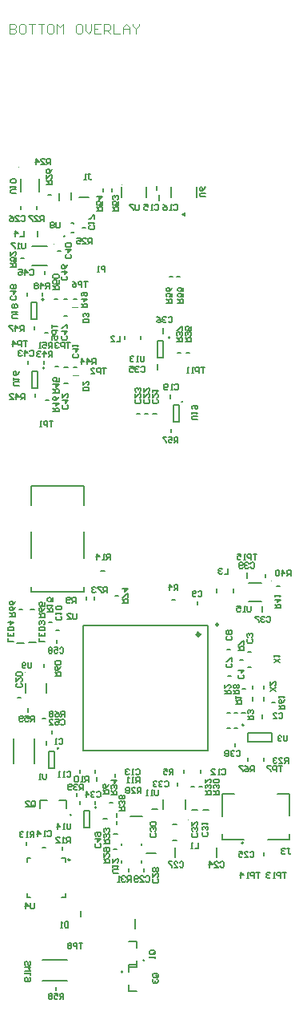
<source format=gbo>
G04*
G04 #@! TF.GenerationSoftware,Altium Limited,Altium Designer,20.2.6 (244)*
G04*
G04 Layer_Color=32896*
%FSLAX25Y25*%
%MOIN*%
G70*
G04*
G04 #@! TF.SameCoordinates,D103880D-7D63-4280-A8AA-78B1B6904BBD*
G04*
G04*
G04 #@! TF.FilePolarity,Positive*
G04*
G01*
G75*
%ADD10C,0.00591*%
%ADD11C,0.00394*%
%ADD12C,0.00787*%
%ADD40C,0.01181*%
%ADD41C,0.00984*%
G36*
X538953Y711472D02*
Y710116D01*
X537428Y710794D01*
X538953Y711472D01*
D02*
G37*
D10*
X480110Y675396D02*
G03*
X480110Y675396I-394J0D01*
G01*
X488902Y701723D02*
G03*
X488902Y701723I-264J0D01*
G01*
X563480Y498431D02*
G03*
X563480Y498431I-394J0D01*
G01*
X522130Y400619D02*
G03*
X522130Y400619I-295J0D01*
G01*
X563263Y449564D02*
G03*
X563263Y449564I-358J0D01*
G01*
X491630Y461128D02*
G03*
X491630Y461128I-295J0D01*
G01*
X532772Y659553D02*
G03*
X532772Y659553I-394J0D01*
G01*
X502063Y464278D02*
G03*
X502063Y464278I-394J0D01*
G01*
X480409Y646955D02*
G03*
X480409Y646955I-394J0D01*
G01*
X513075Y395894D02*
G03*
X513075Y395894I-295J0D01*
G01*
X496823Y567853D02*
Y578876D01*
X474823Y567853D02*
Y578876D01*
X496846Y589876D02*
Y597876D01*
X474799D02*
X496846D01*
X474799Y589876D02*
Y597876D01*
X479630Y553876D02*
X485823D01*
X496823D01*
Y555876D01*
X474823Y553876D02*
Y555876D01*
Y553876D02*
X477073D01*
X479630D01*
X512484Y448414D02*
Y449339D01*
Y441268D02*
Y442194D01*
X520949Y448414D02*
Y449339D01*
Y441268D02*
Y442194D01*
X475370Y697719D02*
X481669D01*
X475370Y689648D02*
X481669D01*
X539366Y463687D02*
Y467624D01*
X529917Y463687D02*
Y467624D01*
X474894Y674172D02*
X477256D01*
X474894Y667172D02*
X477256D01*
Y674172D01*
X474894Y667172D02*
Y674172D01*
X496421Y488018D02*
X548390D01*
X496421Y539987D02*
X548390D01*
X496421Y488018D02*
Y539987D01*
X548390Y488018D02*
Y539987D01*
X491630Y703156D02*
X492417D01*
Y703648D01*
X491630Y707290D02*
X492417D01*
Y706798D02*
Y707290D01*
X565075Y491443D02*
Y495380D01*
X575075Y491443D02*
Y495380D01*
X565075D02*
X575075D01*
X565075Y491443D02*
X575075D01*
X518291Y413776D02*
Y417776D01*
X575083Y507981D02*
X576461D01*
X495457Y418926D02*
Y421288D01*
X467504Y482705D02*
Y492942D01*
X476165Y482705D02*
Y492942D01*
X534105Y624484D02*
Y631484D01*
X536468Y624484D02*
Y631484D01*
X534105Y624484D02*
X536468D01*
X534105Y631484D02*
X536468D01*
X512398Y717782D02*
Y722113D01*
X523028Y717782D02*
Y722113D01*
X472622Y511839D02*
Y515776D01*
X481284Y511839D02*
Y515776D01*
X567110Y513414D02*
Y514989D01*
X571835Y508690D02*
Y510264D01*
X567110Y508690D02*
Y510264D01*
X571835Y513414D02*
Y514989D01*
X478343Y720183D02*
Y725695D01*
X470469Y720183D02*
Y725695D01*
X565656Y557520D02*
X570774D01*
X565656Y550040D02*
X570774D01*
X468736Y532705D02*
X471736D01*
X559113Y553725D02*
Y555300D01*
X552341Y553725D02*
Y555300D01*
X477520Y701502D02*
Y703864D01*
X515634Y387922D02*
Y390678D01*
Y387922D02*
X518980D01*
X515634Y395993D02*
Y398749D01*
X518980D01*
X494846Y717821D02*
X498846D01*
X552118Y443698D02*
Y447698D01*
X564951Y559686D02*
Y562048D01*
X469177Y509871D02*
X470555D01*
X582406Y451064D02*
Y453371D01*
X573406Y451064D02*
X582406D01*
Y460851D02*
Y470064D01*
X577406D02*
X582406D01*
X554406Y460556D02*
Y470064D01*
X559406D01*
X554406Y451064D02*
Y453371D01*
Y451064D02*
X563406D01*
X473099Y443089D02*
X474673D01*
X473099Y441514D02*
Y443089D01*
X473099Y426947D02*
Y428522D01*
Y426947D02*
X474673D01*
X487665D02*
X489240D01*
Y428522D01*
X489240Y441514D02*
Y443089D01*
X487665D02*
X489240D01*
X481099Y490361D02*
Y491739D01*
X571256Y501384D02*
Y502762D01*
X565055Y528845D02*
X566433D01*
X565055Y522546D02*
X566433D01*
X559543Y497349D02*
X560921D01*
X556394D02*
X557772D01*
X556787Y519002D02*
X558165D01*
X556394Y530026D02*
X557772D01*
X544276Y548552D02*
Y549930D01*
X485319Y537824D02*
X486697D01*
X495063Y478473D02*
Y479851D01*
X545665Y478549D02*
Y479927D01*
X479413Y447666D02*
X480791D01*
X527162Y721069D02*
Y722447D01*
X528343Y716640D02*
Y719002D01*
X525685Y628057D02*
X527063D01*
X522142D02*
X523520D01*
X518992D02*
X520370D01*
X571835Y444221D02*
Y445599D01*
X470469Y712802D02*
Y714180D01*
X534827Y443698D02*
Y447698D01*
X522984Y445304D02*
X526984D01*
X521835Y437528D02*
Y438906D01*
X525193Y463687D02*
X527555D01*
X546453Y463294D02*
X548815D01*
X541728D02*
X544091D01*
X535823Y473235D02*
Y474613D01*
X495063Y465481D02*
Y466859D01*
X527555Y646168D02*
Y648530D01*
X529917Y661128D02*
Y663490D01*
X571349Y545513D02*
Y547875D01*
X488677Y647349D02*
X490055D01*
X488677Y640656D02*
X490055D01*
X473618Y648628D02*
Y650006D01*
X480520Y685994D02*
Y687372D01*
X488386Y675672D02*
X489764D01*
X488386Y668672D02*
X489764D01*
X473075Y676983D02*
Y678361D01*
X533992Y457231D02*
X535567D01*
X533992Y450459D02*
X535567D01*
X520705Y658766D02*
Y660341D01*
X513933Y658766D02*
Y660341D01*
X489465Y463983D02*
Y467329D01*
X486709D02*
X489465D01*
X478638Y463983D02*
Y467329D01*
X481394D01*
X559543Y503648D02*
X560921D01*
X556394D02*
X557772D01*
X562693D02*
X564071D01*
X533559Y550498D02*
X534937D01*
X538579Y478549D02*
Y479927D01*
X561906Y525695D02*
X563283D01*
X562878Y513414D02*
X564256D01*
X497819Y550520D02*
Y551898D01*
X502358Y475400D02*
Y476778D01*
X510024Y476898D02*
Y478276D01*
X487976Y446583D02*
Y447961D01*
X473016Y448552D02*
Y449930D01*
X504032Y562703D02*
X505409D01*
X482169Y541367D02*
X483547D01*
X496158Y705223D02*
X497536D01*
X481984Y719002D02*
X483362D01*
X477162Y712802D02*
Y714180D01*
X509331Y446806D02*
X510709D01*
X544976Y472743D02*
X546354D01*
X515535Y437528D02*
Y438906D01*
X541433Y472743D02*
X542811D01*
X509335Y453178D02*
X510713D01*
X507563Y466170D02*
X508941D01*
X539465Y653254D02*
X540843D01*
X510417Y457213D02*
Y458591D01*
X535921Y653254D02*
X537299D01*
X510417Y460363D02*
Y461741D01*
X493882Y469024D02*
Y470402D01*
X572530Y559784D02*
Y561162D01*
X577051Y556327D02*
X578429D01*
X476469Y634738D02*
Y636117D01*
X480232Y648628D02*
Y650006D01*
X492614Y647349D02*
X493992D01*
X484780Y647428D02*
X486158D01*
X480780Y633427D02*
X482158D01*
X476075Y662983D02*
Y664361D01*
X479421Y676983D02*
Y678361D01*
X492386Y675672D02*
X493764D01*
X484386D02*
X485764D01*
X480386Y661672D02*
X481764D01*
X470579Y692416D02*
X471957D01*
X482280Y480463D02*
Y487463D01*
X484642Y480463D02*
Y487463D01*
X482280Y480463D02*
X484642D01*
X482280Y487463D02*
X484642D01*
X543988Y717912D02*
Y722242D01*
X533358Y717912D02*
Y722242D01*
X527555Y651329D02*
Y658329D01*
X529917Y651329D02*
Y658329D01*
X527555Y651329D02*
X529917D01*
X527555Y658329D02*
X529917D01*
X496846Y456053D02*
Y463054D01*
X499209Y456053D02*
Y463054D01*
X496846Y456053D02*
X499209D01*
X496846Y463054D02*
X499209D01*
X475193Y645731D02*
X477555D01*
X475193Y638731D02*
X477555D01*
Y645731D01*
X475193Y638731D02*
Y645731D01*
X485831Y695683D02*
X487209D01*
X508449Y720205D02*
Y721583D01*
X504906Y720205D02*
Y721583D01*
X535528Y684750D02*
X536905D01*
X532378D02*
X533756D01*
X505004Y459477D02*
X506382D01*
X532887Y634395D02*
Y635773D01*
X533067Y620282D02*
Y621660D01*
X560024Y489497D02*
Y490875D01*
X501362Y550520D02*
Y551898D01*
X509937Y552073D02*
X511315D01*
X501571Y478549D02*
Y479927D01*
X485614Y532410D02*
Y533788D01*
X485220Y388316D02*
Y389694D01*
X501657Y465481D02*
Y466859D01*
X473854Y532804D02*
X476854D01*
X474689Y546485D02*
X476067D01*
X469965D02*
X471343D01*
X571835Y483591D02*
Y484969D01*
X479709Y400816D02*
X489945D01*
X479709Y392154D02*
X489945D01*
X565142Y483591D02*
Y484969D01*
X483646Y495009D02*
Y496387D01*
X479413Y501209D02*
X480791D01*
X473410Y504064D02*
Y505442D01*
X480102Y522568D02*
Y523946D01*
X518980Y405835D02*
Y408591D01*
X515634D02*
X518980D01*
Y397764D02*
Y400520D01*
X515634Y397764D02*
X518980D01*
X553692Y441367D02*
X554086Y441760D01*
X554873D01*
X555267Y441367D01*
Y439792D01*
X554873Y439399D01*
X554086D01*
X553692Y439792D01*
X551331Y439399D02*
X552905D01*
X551331Y440973D01*
Y441367D01*
X551725Y441760D01*
X552512D01*
X552905Y441367D01*
X549363Y439399D02*
Y441760D01*
X550544Y440580D01*
X548970D01*
X527346Y393729D02*
X525772D01*
X525378Y394123D01*
Y394910D01*
X525772Y395303D01*
X527346D01*
X527740Y394910D01*
Y394123D01*
X526953Y394516D02*
X527740Y393729D01*
Y394123D02*
X527346Y393729D01*
X525772Y392942D02*
X525378Y392548D01*
Y391761D01*
X525772Y391368D01*
X526165D01*
X526559Y391761D01*
Y392155D01*
Y391761D01*
X526953Y391368D01*
X527346D01*
X527740Y391761D01*
Y392548D01*
X527346Y392942D01*
X526165Y403178D02*
X524591D01*
X524197Y403572D01*
Y404359D01*
X524591Y404752D01*
X526165D01*
X526559Y404359D01*
Y403572D01*
X525772Y403965D02*
X526559Y403178D01*
Y403572D02*
X526165Y403178D01*
X526559Y402391D02*
Y401604D01*
Y401997D01*
X524197D01*
X524591Y402391D01*
X578134Y505147D02*
X580496D01*
Y506328D01*
X580102Y506722D01*
X579315D01*
X578921Y506328D01*
Y505147D01*
Y505934D02*
X578134Y506722D01*
X580496Y509083D02*
X580102Y508296D01*
X579315Y507509D01*
X578528D01*
X578134Y507902D01*
Y508689D01*
X578528Y509083D01*
X578921D01*
X579315Y508689D01*
Y507509D01*
X578134Y509870D02*
Y510657D01*
Y510264D01*
X580496D01*
X580102Y509870D01*
X474984Y524437D02*
Y522470D01*
X474590Y522076D01*
X473803D01*
X473409Y522470D01*
Y524437D01*
X472622Y522470D02*
X472229Y522076D01*
X471442D01*
X471048Y522470D01*
Y524044D01*
X471442Y524437D01*
X472229D01*
X472622Y524044D01*
Y523650D01*
X472229Y523257D01*
X471048D01*
X484827Y518927D02*
X487189D01*
Y520108D01*
X486795Y520501D01*
X486008D01*
X485614Y520108D01*
Y518927D01*
Y519714D02*
X484827Y520501D01*
X487189Y522863D02*
X486795Y522076D01*
X486008Y521288D01*
X485221D01*
X484827Y521682D01*
Y522469D01*
X485221Y522863D01*
X485614D01*
X486008Y522469D01*
Y521288D01*
X486795Y523650D02*
X487189Y524043D01*
Y524830D01*
X486795Y525224D01*
X485221D01*
X484827Y524830D01*
Y524043D01*
X485221Y523650D01*
X486795D01*
X476164Y500029D02*
Y502390D01*
X474984D01*
X474590Y501997D01*
Y501209D01*
X474984Y500816D01*
X476164D01*
X475377D02*
X474590Y500029D01*
X472229Y502390D02*
X473803D01*
Y501209D01*
X473016Y501603D01*
X472622D01*
X472229Y501209D01*
Y500422D01*
X472622Y500029D01*
X473409D01*
X473803Y500422D01*
X471442D02*
X471048Y500029D01*
X470261D01*
X469867Y500422D01*
Y501997D01*
X470261Y502390D01*
X471048D01*
X471442Y501997D01*
Y501603D01*
X471048Y501209D01*
X469867D01*
X470653Y515777D02*
X471047Y515383D01*
Y514596D01*
X470653Y514202D01*
X469079D01*
X468685Y514596D01*
Y515383D01*
X469079Y515777D01*
X468685Y518138D02*
Y516564D01*
X470260Y518138D01*
X470653D01*
X471047Y517745D01*
Y516958D01*
X470653Y516564D01*
Y518925D02*
X471047Y519319D01*
Y520106D01*
X470653Y520500D01*
X469079D01*
X468685Y520106D01*
Y519319D01*
X469079Y518925D01*
X470653D01*
X568979Y569615D02*
X567405D01*
X568192D01*
Y567253D01*
X566618D02*
Y569615D01*
X565437D01*
X565043Y569221D01*
Y568434D01*
X565437Y568040D01*
X566618D01*
X564256Y567253D02*
X563469D01*
X563863D01*
Y569615D01*
X564256Y569221D01*
X560714Y569615D02*
X562288D01*
Y568434D01*
X561501Y568827D01*
X561107D01*
X560714Y568434D01*
Y567647D01*
X561107Y567253D01*
X561895D01*
X562288Y567647D01*
X570247Y437353D02*
X568672D01*
X569460D01*
Y434992D01*
X567885D02*
Y437353D01*
X566705D01*
X566311Y436960D01*
Y436172D01*
X566705Y435779D01*
X567885D01*
X565524Y434992D02*
X564737D01*
X565130D01*
Y437353D01*
X565524Y436960D01*
X562375Y434992D02*
Y437353D01*
X563556Y436172D01*
X561982D01*
X581270Y437353D02*
X579696D01*
X580483D01*
Y434992D01*
X578909D02*
Y437353D01*
X577728D01*
X577335Y436960D01*
Y436172D01*
X577728Y435779D01*
X578909D01*
X576547Y434992D02*
X575760D01*
X576154D01*
Y437353D01*
X576547Y436960D01*
X574580D02*
X574186Y437353D01*
X573399D01*
X573005Y436960D01*
Y436566D01*
X573399Y436172D01*
X573793D01*
X573399D01*
X573005Y435779D01*
Y435385D01*
X573399Y434992D01*
X574186D01*
X574580Y435385D01*
X547227Y647272D02*
X545653D01*
X546440D01*
Y644911D01*
X544866D02*
Y647272D01*
X543685D01*
X543291Y646878D01*
Y646091D01*
X543685Y645698D01*
X544866D01*
X542504Y644911D02*
X541717D01*
X542111D01*
Y647272D01*
X542504Y646878D01*
X540536Y644911D02*
X539749D01*
X540143D01*
Y647272D01*
X540536Y646878D01*
X496342Y408000D02*
X494767D01*
X495554D01*
Y405639D01*
X493980D02*
Y408000D01*
X492799D01*
X492406Y407607D01*
Y406820D01*
X492799Y406426D01*
X493980D01*
X491619Y407607D02*
X491225Y408000D01*
X490438D01*
X490044Y407607D01*
Y407213D01*
X490438Y406820D01*
X490044Y406426D01*
Y406033D01*
X490438Y405639D01*
X491225D01*
X491619Y406033D01*
Y406426D01*
X491225Y406820D01*
X491619Y407213D01*
Y407607D01*
X491225Y406820D02*
X490438D01*
X488763Y501997D02*
Y504359D01*
X487582D01*
X487188Y503965D01*
Y503178D01*
X487582Y502784D01*
X488763D01*
X487976D02*
X487188Y501997D01*
X484827Y504359D02*
X485614Y503965D01*
X486401Y503178D01*
Y502391D01*
X486008Y501997D01*
X485221D01*
X484827Y502391D01*
Y502784D01*
X485221Y503178D01*
X486401D01*
X484040Y503965D02*
X483646Y504359D01*
X482859D01*
X482466Y503965D01*
Y503572D01*
X482859Y503178D01*
X482466Y502784D01*
Y502391D01*
X482859Y501997D01*
X483646D01*
X484040Y502391D01*
Y502784D01*
X483646Y503178D01*
X484040Y503572D01*
Y503965D01*
X483646Y503178D02*
X482859D01*
X487188Y500422D02*
X487582Y500815D01*
X488369D01*
X488763Y500422D01*
Y498847D01*
X488369Y498454D01*
X487582D01*
X487188Y498847D01*
X484827Y500815D02*
X486401D01*
Y499635D01*
X485614Y500028D01*
X485221D01*
X484827Y499635D01*
Y498847D01*
X485221Y498454D01*
X486008D01*
X486401Y498847D01*
X482466Y498454D02*
X484040D01*
X482466Y500028D01*
Y500422D01*
X482859Y500815D01*
X483646D01*
X484040Y500422D01*
X567897Y479163D02*
Y481524D01*
X566716D01*
X566322Y481130D01*
Y480343D01*
X566716Y479950D01*
X567897D01*
X567109D02*
X566322Y479163D01*
X563961Y481524D02*
X564748Y481130D01*
X565535Y480343D01*
Y479556D01*
X565142Y479163D01*
X564355D01*
X563961Y479556D01*
Y479950D01*
X564355Y480343D01*
X565535D01*
X563174Y481524D02*
X561599D01*
Y481130D01*
X563174Y479556D01*
Y479163D01*
X472622Y398650D02*
X472229Y399043D01*
Y399830D01*
X472622Y400224D01*
X473016D01*
X473410Y399830D01*
Y399043D01*
X473803Y398650D01*
X474197D01*
X474590Y399043D01*
Y399830D01*
X474197Y400224D01*
X472229Y397862D02*
X474590D01*
X473803Y397075D01*
X474590Y396288D01*
X472229D01*
X474590Y395501D02*
Y394714D01*
Y395107D01*
X472229D01*
X472622Y395501D01*
X474197Y393533D02*
X474590Y393140D01*
Y392352D01*
X474197Y391959D01*
X472622D01*
X472229Y392352D01*
Y393140D01*
X472622Y393533D01*
X473016D01*
X473410Y393140D01*
Y391959D01*
X582070Y482706D02*
Y485067D01*
X580889D01*
X580496Y484674D01*
Y483886D01*
X580889Y483493D01*
X582070D01*
X581283D02*
X580496Y482706D01*
X578134D02*
X579708D01*
X578134Y484280D01*
Y484674D01*
X578528Y485067D01*
X579315D01*
X579708Y484674D01*
X577347D02*
X576953Y485067D01*
X576166D01*
X575773Y484674D01*
Y484280D01*
X576166Y483886D01*
X576560D01*
X576166D01*
X575773Y483493D01*
Y483099D01*
X576166Y482706D01*
X576953D01*
X577347Y483099D01*
X465930Y543730D02*
X468291D01*
Y544911D01*
X467897Y545304D01*
X467110D01*
X466717Y544911D01*
Y543730D01*
Y544517D02*
X465930Y545304D01*
X468291Y547666D02*
X467897Y546879D01*
X467110Y546092D01*
X466323D01*
X465930Y546485D01*
Y547272D01*
X466323Y547666D01*
X466717D01*
X467110Y547272D01*
Y546092D01*
X468291Y550027D02*
X467897Y549240D01*
X467110Y548453D01*
X466323D01*
X465930Y548847D01*
Y549634D01*
X466323Y550027D01*
X466717D01*
X467110Y549634D01*
Y548453D01*
X478134Y543336D02*
X480496D01*
Y544517D01*
X480102Y544911D01*
X479315D01*
X478921Y544517D01*
Y543336D01*
Y544124D02*
X478134Y544911D01*
X480496Y547272D02*
X480102Y546485D01*
X479315Y545698D01*
X478528D01*
X478134Y546091D01*
Y546879D01*
X478528Y547272D01*
X478921D01*
X479315Y546879D01*
Y545698D01*
X480496Y549634D02*
Y548059D01*
X479315D01*
X479709Y548846D01*
Y549240D01*
X479315Y549634D01*
X478528D01*
X478134Y549240D01*
Y548453D01*
X478528Y548059D01*
X467504Y533101D02*
X465142D01*
Y534675D01*
X467504Y537036D02*
Y535462D01*
X465142D01*
Y537036D01*
X466323Y535462D02*
Y536249D01*
X467504Y537823D02*
X465142D01*
Y539004D01*
X465536Y539398D01*
X467110D01*
X467504Y539004D01*
Y537823D01*
X465142Y541366D02*
X467504D01*
X466323Y540185D01*
Y541759D01*
X480496Y533101D02*
X478134D01*
Y534675D01*
X480496Y537036D02*
Y535462D01*
X478134D01*
Y537036D01*
X479315Y535462D02*
Y536249D01*
X480496Y537823D02*
X478134D01*
Y539004D01*
X478528Y539398D01*
X480102D01*
X480496Y539004D01*
Y537823D01*
X480102Y540185D02*
X480496Y540578D01*
Y541366D01*
X480102Y541759D01*
X479709D01*
X479315Y541366D01*
Y540972D01*
Y541366D01*
X478921Y541759D01*
X478528D01*
X478134Y541366D01*
Y540578D01*
X478528Y540185D01*
X504792Y469923D02*
X507153D01*
Y471104D01*
X506760Y471498D01*
X505972D01*
X505579Y471104D01*
Y469923D01*
Y470711D02*
X504792Y471498D01*
X507153Y473859D02*
X506760Y473072D01*
X505972Y472285D01*
X505185D01*
X504792Y472678D01*
Y473466D01*
X505185Y473859D01*
X505579D01*
X505972Y473466D01*
Y472285D01*
X527936Y471681D02*
Y469714D01*
X527543Y469320D01*
X526756D01*
X526362Y469714D01*
Y471681D01*
X525575Y469320D02*
X524788D01*
X525181D01*
Y471681D01*
X525575Y471288D01*
X523607Y469320D02*
X522820D01*
X523213D01*
Y471681D01*
X523607Y471288D01*
X488369Y384674D02*
Y387036D01*
X487188D01*
X486795Y386642D01*
Y385855D01*
X487188Y385461D01*
X488369D01*
X487582D02*
X486795Y384674D01*
X484433Y387036D02*
X486008D01*
Y385855D01*
X485220Y386249D01*
X484827D01*
X484433Y385855D01*
Y385068D01*
X484827Y384674D01*
X485614D01*
X486008Y385068D01*
X483646Y386642D02*
X483253Y387036D01*
X482466D01*
X482072Y386642D01*
Y386249D01*
X482466Y385855D01*
X482072Y385461D01*
Y385068D01*
X482466Y384674D01*
X483253D01*
X483646Y385068D01*
Y385461D01*
X483253Y385855D01*
X483646Y386249D01*
Y386642D01*
X483253Y385855D02*
X482466D01*
X486795Y530343D02*
X487188Y530737D01*
X487976D01*
X488369Y530343D01*
Y528769D01*
X487976Y528375D01*
X487188D01*
X486795Y528769D01*
X484433Y530737D02*
X486008D01*
Y529556D01*
X485220Y529949D01*
X484827D01*
X484433Y529556D01*
Y528769D01*
X484827Y528375D01*
X485614D01*
X486008Y528769D01*
X483646Y530343D02*
X483253Y530737D01*
X482466D01*
X482072Y530343D01*
Y529949D01*
X482466Y529556D01*
X482072Y529162D01*
Y528769D01*
X482466Y528375D01*
X483253D01*
X483646Y528769D01*
Y529162D01*
X483253Y529556D01*
X483646Y529949D01*
Y530343D01*
X483253Y529556D02*
X482466D01*
X518488Y479949D02*
X518881Y480343D01*
X519668D01*
X520062Y479949D01*
Y478375D01*
X519668Y477981D01*
X518881D01*
X518488Y478375D01*
X517701Y477981D02*
X516914D01*
X517307D01*
Y480343D01*
X517701Y479949D01*
X515733D02*
X515339Y480343D01*
X514552D01*
X514158Y479949D01*
Y479556D01*
X514552Y479162D01*
X514946D01*
X514552D01*
X514158Y478769D01*
Y478375D01*
X514552Y477981D01*
X515339D01*
X515733Y478375D01*
X512780Y549242D02*
X515141D01*
Y550423D01*
X514748Y550816D01*
X513961D01*
X513567Y550423D01*
Y549242D01*
Y550029D02*
X512780Y550816D01*
X515141Y551603D02*
Y553178D01*
X514748D01*
X513173Y551603D01*
X512780D01*
Y555146D02*
X515141D01*
X513961Y553965D01*
Y555539D01*
X506479Y553572D02*
Y555933D01*
X505299D01*
X504905Y555540D01*
Y554753D01*
X505299Y554359D01*
X506479D01*
X505692D02*
X504905Y553572D01*
X504118Y555933D02*
X502544D01*
Y555540D01*
X504118Y553966D01*
Y553572D01*
X501756Y555540D02*
X501363Y555933D01*
X500576D01*
X500182Y555540D01*
Y555146D01*
X500576Y554753D01*
X500969D01*
X500576D01*
X500182Y554359D01*
Y553966D01*
X500576Y553572D01*
X501363D01*
X501756Y553966D01*
X579499Y481448D02*
X577925D01*
X578712D01*
Y479086D01*
X577138D02*
Y481448D01*
X575957D01*
X575563Y481054D01*
Y480267D01*
X575957Y479873D01*
X577138D01*
X574776Y481448D02*
X573202D01*
Y481054D01*
X574776Y479480D01*
Y479086D01*
X560417Y487430D02*
X560810Y487823D01*
X561598D01*
X561991Y487430D01*
Y485855D01*
X561598Y485462D01*
X560810D01*
X560417Y485855D01*
X559630Y487430D02*
X559236Y487823D01*
X558449D01*
X558055Y487430D01*
Y487036D01*
X558449Y486643D01*
X558843D01*
X558449D01*
X558055Y486249D01*
Y485855D01*
X558449Y485462D01*
X559236D01*
X559630Y485855D01*
X557268Y487430D02*
X556875Y487823D01*
X556087D01*
X555694Y487430D01*
Y487036D01*
X556087Y486643D01*
X555694Y486249D01*
Y485855D01*
X556087Y485462D01*
X556875D01*
X557268Y485855D01*
Y486249D01*
X556875Y486643D01*
X557268Y487036D01*
Y487430D01*
X556875Y486643D02*
X556087D01*
X544275Y625423D02*
X542307D01*
X541914Y625816D01*
Y626604D01*
X542307Y626997D01*
X544275D01*
X541914Y627784D02*
Y628572D01*
Y628178D01*
X544275D01*
X543882Y627784D01*
X542307Y629752D02*
X541914Y630146D01*
Y630933D01*
X542307Y631326D01*
X543882D01*
X544275Y630933D01*
Y630146D01*
X543882Y629752D01*
X543488D01*
X543094Y630146D01*
Y631326D01*
X536007Y615777D02*
Y618138D01*
X534826D01*
X534433Y617745D01*
Y616957D01*
X534826Y616564D01*
X536007D01*
X535220D02*
X534433Y615777D01*
X532071Y618138D02*
X533645D01*
Y616957D01*
X532858Y617351D01*
X532465D01*
X532071Y616957D01*
Y616170D01*
X532465Y615777D01*
X533252D01*
X533645Y616170D01*
X531284Y618138D02*
X529710D01*
Y617745D01*
X531284Y616170D01*
Y615777D01*
X534629Y639792D02*
X535023Y640185D01*
X535810D01*
X536204Y639792D01*
Y638217D01*
X535810Y637824D01*
X535023D01*
X534629Y638217D01*
X533842Y637824D02*
X533055D01*
X533449D01*
Y640185D01*
X533842Y639792D01*
X531875Y638217D02*
X531481Y637824D01*
X530694D01*
X530300Y638217D01*
Y639792D01*
X530694Y640185D01*
X531481D01*
X531875Y639792D01*
Y639398D01*
X531481Y639005D01*
X530300D01*
X505692Y687037D02*
Y689398D01*
X504512D01*
X504118Y689004D01*
Y688217D01*
X504512Y687824D01*
X505692D01*
X503331Y687037D02*
X502544D01*
X502937D01*
Y689398D01*
X503331Y689004D01*
X503429Y449241D02*
X503823Y448848D01*
Y448061D01*
X503429Y447667D01*
X501855D01*
X501461Y448061D01*
Y448848D01*
X501855Y449241D01*
X501461Y451209D02*
X503823D01*
X502642Y450029D01*
Y451603D01*
X501855Y452390D02*
X501461Y452784D01*
Y453571D01*
X501855Y453964D01*
X503429D01*
X503823Y453571D01*
Y452784D01*
X503429Y452390D01*
X503035D01*
X502642Y452784D01*
Y453964D01*
X531284Y674045D02*
X533645D01*
Y675226D01*
X533252Y675619D01*
X532465D01*
X532071Y675226D01*
Y674045D01*
Y674832D02*
X531284Y675619D01*
X533645Y677981D02*
Y676406D01*
X532465D01*
X532858Y677194D01*
Y677587D01*
X532465Y677981D01*
X531677D01*
X531284Y677587D01*
Y676800D01*
X531677Y676406D01*
X533645Y680342D02*
X533252Y679555D01*
X532465Y678768D01*
X531677D01*
X531284Y679162D01*
Y679949D01*
X531677Y680342D01*
X532071D01*
X532465Y679949D01*
Y678768D01*
X536008Y674045D02*
X538370D01*
Y675226D01*
X537976Y675619D01*
X537189D01*
X536795Y675226D01*
Y674045D01*
Y674832D02*
X536008Y675619D01*
X538370Y677981D02*
Y676406D01*
X537189D01*
X537583Y677194D01*
Y677587D01*
X537189Y677981D01*
X536402D01*
X536008Y677587D01*
Y676800D01*
X536402Y676406D01*
X538370Y680342D02*
Y678768D01*
X537189D01*
X537583Y679555D01*
Y679949D01*
X537189Y680342D01*
X536402D01*
X536008Y679949D01*
Y679162D01*
X536402Y678768D01*
X502150Y712234D02*
X504511D01*
Y713415D01*
X504118Y713808D01*
X503331D01*
X502937Y713415D01*
Y712234D01*
Y713021D02*
X502150Y713808D01*
X504511Y716170D02*
Y714596D01*
X503331D01*
X503724Y715383D01*
Y715776D01*
X503331Y716170D01*
X502544D01*
X502150Y715776D01*
Y714989D01*
X502544Y714596D01*
X502150Y718138D02*
X504511D01*
X503331Y716957D01*
Y718531D01*
X508843Y712234D02*
X511204D01*
Y713415D01*
X510811Y713808D01*
X510024D01*
X509630Y713415D01*
Y712234D01*
Y713021D02*
X508843Y713808D01*
X511204Y716170D02*
Y714596D01*
X510024D01*
X510417Y715383D01*
Y715776D01*
X510024Y716170D01*
X509236D01*
X508843Y715776D01*
Y714989D01*
X509236Y714596D01*
X510811Y716957D02*
X511204Y717350D01*
Y718138D01*
X510811Y718531D01*
X510417D01*
X510024Y718138D01*
Y717744D01*
Y718138D01*
X509630Y718531D01*
X509236D01*
X508843Y718138D01*
Y717350D01*
X509236Y716957D01*
X491126Y694123D02*
X491519Y693730D01*
Y692943D01*
X491126Y692549D01*
X489551D01*
X489158Y692943D01*
Y693730D01*
X489551Y694123D01*
X489158Y696091D02*
X491519D01*
X490339Y694910D01*
Y696485D01*
X491126Y697272D02*
X491519Y697665D01*
Y698453D01*
X491126Y698846D01*
X489551D01*
X489158Y698453D01*
Y697665D01*
X489551Y697272D01*
X491126D01*
X576952Y512627D02*
X574591Y514202D01*
X576952D02*
X574591Y512627D01*
Y516563D02*
Y514989D01*
X576165Y516563D01*
X576559D01*
X576952Y516170D01*
Y515382D01*
X576559Y514989D01*
X578527Y524438D02*
X576166Y526013D01*
X578527D02*
X576166Y524438D01*
Y526800D02*
Y527587D01*
Y527193D01*
X578527D01*
X578134Y526800D01*
X469078Y667549D02*
X467110D01*
X466717Y667942D01*
Y668730D01*
X467110Y669123D01*
X469078D01*
X466717Y669910D02*
Y670697D01*
Y670304D01*
X469078D01*
X468685Y669910D01*
Y671878D02*
X469078Y672272D01*
Y673059D01*
X468685Y673453D01*
X468291D01*
X467898Y673059D01*
X467504Y673453D01*
X467110D01*
X466717Y673059D01*
Y672272D01*
X467110Y671878D01*
X467504D01*
X467898Y672272D01*
X468291Y671878D01*
X468685D01*
X467898Y672272D02*
Y673059D01*
X472424Y698847D02*
Y696879D01*
X472031Y696485D01*
X471243D01*
X470850Y696879D01*
Y698847D01*
X470063Y696485D02*
X469276D01*
X469669D01*
Y698847D01*
X470063Y698453D01*
X468095Y698847D02*
X466521D01*
Y698453D01*
X468095Y696879D01*
Y696485D01*
X469866Y639596D02*
X467898D01*
X467504Y639990D01*
Y640777D01*
X467898Y641171D01*
X469866D01*
X467504Y641958D02*
Y642745D01*
Y642351D01*
X469866D01*
X469472Y641958D01*
X469866Y645500D02*
X469472Y644713D01*
X468685Y643926D01*
X467898D01*
X467504Y644319D01*
Y645106D01*
X467898Y645500D01*
X468292D01*
X468685Y645106D01*
Y643926D01*
X566519Y548059D02*
Y546092D01*
X566125Y545698D01*
X565338D01*
X564945Y546092D01*
Y548059D01*
X564157Y545698D02*
X563370D01*
X563764D01*
Y548059D01*
X564157Y547666D01*
X560615Y548059D02*
X562189D01*
Y546879D01*
X561402Y547272D01*
X561009D01*
X560615Y546879D01*
Y546092D01*
X561009Y545698D01*
X561796D01*
X562189Y546092D01*
X491322Y457508D02*
Y455540D01*
X490928Y455147D01*
X490141D01*
X489748Y455540D01*
Y457508D01*
X488961Y455147D02*
X488173D01*
X488567D01*
Y457508D01*
X488961Y457115D01*
X485812Y455147D02*
Y457508D01*
X486993Y456327D01*
X485418D01*
X522031Y651996D02*
Y650029D01*
X521637Y649635D01*
X520850D01*
X520456Y650029D01*
Y651996D01*
X519669Y649635D02*
X518882D01*
X519276D01*
Y651996D01*
X519669Y651603D01*
X517701D02*
X517308Y651996D01*
X516521D01*
X516127Y651603D01*
Y651209D01*
X516521Y650816D01*
X516914D01*
X516521D01*
X516127Y650422D01*
Y650029D01*
X516521Y649635D01*
X517308D01*
X517701Y650029D01*
X511204Y437037D02*
X509236D01*
X508843Y437431D01*
Y438218D01*
X509236Y438611D01*
X511204D01*
X508843Y439398D02*
Y440186D01*
Y439792D01*
X511204D01*
X510811Y439398D01*
X508843Y442941D02*
Y441366D01*
X510417Y442941D01*
X510811D01*
X511204Y442547D01*
Y441760D01*
X510811Y441366D01*
X468685Y719517D02*
X466717D01*
X466323Y719911D01*
Y720698D01*
X466717Y721092D01*
X468685D01*
X466323Y721879D02*
Y722666D01*
Y722272D01*
X468685D01*
X468291Y721879D01*
Y723847D02*
X468685Y724240D01*
Y725028D01*
X468291Y725421D01*
X466717D01*
X466323Y725028D01*
Y724240D01*
X466717Y723847D01*
X468291D01*
X486795Y707508D02*
Y705540D01*
X486401Y705147D01*
X485614D01*
X485220Y705540D01*
Y707508D01*
X484433Y707115D02*
X484040Y707508D01*
X483252D01*
X482859Y707115D01*
Y706721D01*
X483252Y706327D01*
X482859Y705934D01*
Y705540D01*
X483252Y705147D01*
X484040D01*
X484433Y705540D01*
Y705934D01*
X484040Y706327D01*
X484433Y706721D01*
Y707115D01*
X484040Y706327D02*
X483252D01*
X519866Y714989D02*
Y713021D01*
X519472Y712627D01*
X518685D01*
X518291Y713021D01*
Y714989D01*
X517504D02*
X515930D01*
Y714595D01*
X517504Y713021D01*
Y712627D01*
X547425Y718139D02*
X545457D01*
X545063Y718533D01*
Y719320D01*
X545457Y719713D01*
X547425D01*
Y722075D02*
X547031Y721288D01*
X546244Y720501D01*
X545457D01*
X545063Y720894D01*
Y721681D01*
X545457Y722075D01*
X545851D01*
X546244Y721681D01*
Y720501D01*
X476165Y424437D02*
Y422470D01*
X475771Y422076D01*
X474984D01*
X474590Y422470D01*
Y424437D01*
X472623Y422076D02*
Y424437D01*
X473803Y423257D01*
X472229D01*
X581677Y494122D02*
Y492155D01*
X581283Y491761D01*
X580496D01*
X580102Y492155D01*
Y494122D01*
X579315Y493729D02*
X578922Y494122D01*
X578134D01*
X577741Y493729D01*
Y493335D01*
X578134Y492942D01*
X578528D01*
X578134D01*
X577741Y492548D01*
Y492155D01*
X578134Y491761D01*
X578922D01*
X579315Y492155D01*
X493881Y544910D02*
Y542942D01*
X493488Y542548D01*
X492701D01*
X492307Y542942D01*
Y544910D01*
X489946Y542548D02*
X491520D01*
X489946Y544123D01*
Y544516D01*
X490339Y544910D01*
X491126D01*
X491520Y544516D01*
X481283Y478374D02*
Y476406D01*
X480889Y476013D01*
X480102D01*
X479709Y476406D01*
Y478374D01*
X478922Y476013D02*
X478134D01*
X478528D01*
Y478374D01*
X478922Y477981D01*
X498397Y683022D02*
X496822D01*
X497610D01*
Y680661D01*
X496035D02*
Y683022D01*
X494854D01*
X494461Y682629D01*
Y681842D01*
X494854Y681448D01*
X496035D01*
X492100Y683022D02*
X492887Y682629D01*
X493674Y681842D01*
Y681054D01*
X493280Y680661D01*
X492493D01*
X492100Y681054D01*
Y681448D01*
X492493Y681842D01*
X493674D01*
X483646Y664988D02*
Y663414D01*
Y664201D01*
X486007D01*
Y662627D02*
X483646D01*
Y661446D01*
X484040Y661052D01*
X484827D01*
X485220Y661446D01*
Y662627D01*
X483646Y658691D02*
Y660265D01*
X484827D01*
X484433Y659478D01*
Y659084D01*
X484827Y658691D01*
X485614D01*
X486007Y659084D01*
Y659871D01*
X485614Y660265D01*
X473200Y658219D02*
X471626D01*
X472413D01*
Y655858D01*
X470838D02*
Y658219D01*
X469658D01*
X469264Y657826D01*
Y657038D01*
X469658Y656645D01*
X470838D01*
X467296Y655858D02*
Y658219D01*
X468477Y657038D01*
X466903D01*
X491125Y657508D02*
X489551D01*
X490338D01*
Y655147D01*
X488764D02*
Y657508D01*
X487583D01*
X487189Y657115D01*
Y656327D01*
X487583Y655934D01*
X488764D01*
X486402Y657115D02*
X486009Y657508D01*
X485221D01*
X484828Y657115D01*
Y656721D01*
X485221Y656327D01*
X485615D01*
X485221D01*
X484828Y655934D01*
Y655540D01*
X485221Y655147D01*
X486009D01*
X486402Y655540D01*
X506086Y646878D02*
X504511D01*
X505299D01*
Y644517D01*
X503724D02*
Y646878D01*
X502543D01*
X502150Y646485D01*
Y645698D01*
X502543Y645304D01*
X503724D01*
X499789Y644517D02*
X501363D01*
X499789Y646091D01*
Y646485D01*
X500182Y646878D01*
X500969D01*
X501363Y646485D01*
X484038Y624831D02*
X482464D01*
X483251D01*
Y622470D01*
X481677D02*
Y624831D01*
X480496D01*
X480103Y624438D01*
Y623650D01*
X480496Y623257D01*
X481677D01*
X479316Y622470D02*
X478528D01*
X478922D01*
Y624831D01*
X479316Y624438D01*
X466323Y689006D02*
X468685D01*
Y690186D01*
X468291Y690580D01*
X467504D01*
X467110Y690186D01*
Y689006D01*
Y689793D02*
X466323Y690580D01*
X468685Y692941D02*
Y691367D01*
X467504D01*
X467898Y692154D01*
Y692548D01*
X467504Y692941D01*
X466717D01*
X466323Y692548D01*
Y691761D01*
X466717Y691367D01*
X466323Y695303D02*
Y693729D01*
X467898Y695303D01*
X468291D01*
X468685Y694909D01*
Y694122D01*
X468291Y693729D01*
X483645Y655147D02*
Y657508D01*
X482464D01*
X482070Y657115D01*
Y656327D01*
X482464Y655934D01*
X483645D01*
X482858D02*
X482070Y655147D01*
X479709Y657508D02*
X481283D01*
Y656327D01*
X480496Y656721D01*
X480103D01*
X479709Y656327D01*
Y655540D01*
X480103Y655147D01*
X480890D01*
X481283Y655540D01*
X478922Y655147D02*
X478135D01*
X478528D01*
Y657508D01*
X478922Y657115D01*
X484040Y679557D02*
X486401D01*
Y680738D01*
X486008Y681131D01*
X485220D01*
X484827Y680738D01*
Y679557D01*
Y680344D02*
X484040Y681131D01*
X486401Y683493D02*
Y681918D01*
X485220D01*
X485614Y682705D01*
Y683099D01*
X485220Y683493D01*
X484433D01*
X484040Y683099D01*
Y682312D01*
X484433Y681918D01*
X486008Y684280D02*
X486401Y684673D01*
Y685461D01*
X486008Y685854D01*
X484433D01*
X484040Y685461D01*
Y684673D01*
X484433Y684280D01*
X486008D01*
X495851Y672077D02*
X498212D01*
Y673257D01*
X497819Y673651D01*
X497031D01*
X496638Y673257D01*
Y672077D01*
Y672864D02*
X495851Y673651D01*
Y675619D02*
X498212D01*
X497031Y674438D01*
Y676012D01*
X496244Y676799D02*
X495851Y677193D01*
Y677980D01*
X496244Y678374D01*
X497819D01*
X498212Y677980D01*
Y677193D01*
X497819Y676799D01*
X497425D01*
X497031Y677193D01*
Y678374D01*
X482464Y679950D02*
Y682311D01*
X481283D01*
X480889Y681918D01*
Y681131D01*
X481283Y680737D01*
X482464D01*
X481676D02*
X480889Y679950D01*
X478921D02*
Y682311D01*
X480102Y681131D01*
X478528D01*
X477741Y681918D02*
X477347Y682311D01*
X476560D01*
X476166Y681918D01*
Y681524D01*
X476560Y681131D01*
X476166Y680737D01*
Y680343D01*
X476560Y679950D01*
X477347D01*
X477741Y680343D01*
Y680737D01*
X477347Y681131D01*
X477741Y681524D01*
Y681918D01*
X477347Y681131D02*
X476560D01*
X471834Y662233D02*
Y664595D01*
X470653D01*
X470259Y664201D01*
Y663414D01*
X470653Y663021D01*
X471834D01*
X471046D02*
X470259Y662233D01*
X468292D02*
Y664595D01*
X469472Y663414D01*
X467898D01*
X467111Y664595D02*
X465536D01*
Y664201D01*
X467111Y662627D01*
Y662233D01*
X484040Y628769D02*
X486401D01*
Y629950D01*
X486008Y630344D01*
X485220D01*
X484827Y629950D01*
Y628769D01*
Y629557D02*
X484040Y630344D01*
Y632312D02*
X486401D01*
X485220Y631131D01*
Y632705D01*
X486401Y635067D02*
X486008Y634279D01*
X485220Y633492D01*
X484433D01*
X484040Y633886D01*
Y634673D01*
X484433Y635067D01*
X484827D01*
X485220Y634673D01*
Y633492D01*
X484040Y636644D02*
X486401D01*
Y637824D01*
X486008Y638218D01*
X485220D01*
X484827Y637824D01*
Y636644D01*
Y637431D02*
X484040Y638218D01*
Y640186D02*
X486401D01*
X485220Y639005D01*
Y640579D01*
X486401Y642941D02*
Y641366D01*
X485220D01*
X485614Y642154D01*
Y642547D01*
X485220Y642941D01*
X484433D01*
X484040Y642547D01*
Y641760D01*
X484433Y641366D01*
X501755Y648454D02*
Y650815D01*
X500574D01*
X500181Y650422D01*
Y649635D01*
X500574Y649241D01*
X501755D01*
X500968D02*
X500181Y648454D01*
X498213D02*
Y650815D01*
X499394Y649635D01*
X497819D01*
X495851Y648454D02*
Y650815D01*
X497032Y649635D01*
X495458D01*
X483645Y651604D02*
Y653965D01*
X482464D01*
X482070Y653571D01*
Y652784D01*
X482464Y652391D01*
X483645D01*
X482858D02*
X482070Y651604D01*
X480102D02*
Y653965D01*
X481283Y652784D01*
X479709D01*
X478922Y653571D02*
X478528Y653965D01*
X477741D01*
X477348Y653571D01*
Y653178D01*
X477741Y652784D01*
X478135D01*
X477741D01*
X477348Y652391D01*
Y651997D01*
X477741Y651604D01*
X478528D01*
X478922Y651997D01*
X472227Y633887D02*
Y636248D01*
X471047D01*
X470653Y635855D01*
Y635068D01*
X471047Y634674D01*
X472227D01*
X471440D02*
X470653Y633887D01*
X468685D02*
Y636248D01*
X469866Y635068D01*
X468292D01*
X465930Y633887D02*
X467505D01*
X465930Y635461D01*
Y635855D01*
X466324Y636248D01*
X467111D01*
X467505Y635855D01*
X576467Y547088D02*
X578829D01*
Y548269D01*
X578435Y548663D01*
X577648D01*
X577254Y548269D01*
Y547088D01*
Y547875D02*
X576467Y548663D01*
Y550630D02*
X578829D01*
X577648Y549450D01*
Y551024D01*
X576467Y551811D02*
Y552598D01*
Y552205D01*
X578829D01*
X578435Y551811D01*
X583054Y560462D02*
Y562823D01*
X581873D01*
X581480Y562430D01*
Y561643D01*
X581873Y561249D01*
X583054D01*
X582267D02*
X581480Y560462D01*
X579512D02*
Y562823D01*
X580693Y561643D01*
X579118D01*
X578331Y562430D02*
X577938Y562823D01*
X577150D01*
X576757Y562430D01*
Y560855D01*
X577150Y560462D01*
X577938D01*
X578331Y560855D01*
Y562430D01*
X496590Y471575D02*
Y473937D01*
X495409D01*
X495015Y473543D01*
Y472756D01*
X495409Y472362D01*
X496590D01*
X495802D02*
X495015Y471575D01*
X494228Y473543D02*
X493835Y473937D01*
X493048D01*
X492654Y473543D01*
Y473150D01*
X493048Y472756D01*
X493441D01*
X493048D01*
X492654Y472362D01*
Y471969D01*
X493048Y471575D01*
X493835D01*
X494228Y471969D01*
X491867D02*
X491473Y471575D01*
X490686D01*
X490293Y471969D01*
Y473543D01*
X490686Y473937D01*
X491473D01*
X491867Y473543D01*
Y473150D01*
X491473Y472756D01*
X490293D01*
X511599Y463021D02*
X513960D01*
Y464202D01*
X513567Y464596D01*
X512780D01*
X512386Y464202D01*
Y463021D01*
Y463809D02*
X511599Y464596D01*
X513567Y465383D02*
X513960Y465776D01*
Y466564D01*
X513567Y466957D01*
X513173D01*
X512780Y466564D01*
Y466170D01*
Y466564D01*
X512386Y466957D01*
X511992D01*
X511599Y466564D01*
Y465776D01*
X511992Y465383D01*
X513567Y467744D02*
X513960Y468138D01*
Y468925D01*
X513567Y469319D01*
X513173D01*
X512780Y468925D01*
X512386Y469319D01*
X511992D01*
X511599Y468925D01*
Y468138D01*
X511992Y467744D01*
X512386D01*
X512780Y468138D01*
X513173Y467744D01*
X513567D01*
X512780Y468138D02*
Y468925D01*
X535615Y657903D02*
X537976D01*
Y659084D01*
X537582Y659478D01*
X536795D01*
X536402Y659084D01*
Y657903D01*
Y658691D02*
X535615Y659478D01*
X537582Y660265D02*
X537976Y660658D01*
Y661446D01*
X537582Y661839D01*
X537189D01*
X536795Y661446D01*
Y661052D01*
Y661446D01*
X536402Y661839D01*
X536008D01*
X535615Y661446D01*
Y660658D01*
X536008Y660265D01*
X537976Y662626D02*
Y664200D01*
X537582D01*
X536008Y662626D01*
X535615D01*
X539158Y657903D02*
X541519D01*
Y659084D01*
X541126Y659478D01*
X540339D01*
X539945Y659084D01*
Y657903D01*
Y658691D02*
X539158Y659478D01*
X541126Y660265D02*
X541519Y660658D01*
Y661446D01*
X541126Y661839D01*
X540732D01*
X540339Y661446D01*
Y661052D01*
Y661446D01*
X539945Y661839D01*
X539551D01*
X539158Y661446D01*
Y660658D01*
X539551Y660265D01*
X541519Y664200D02*
Y662626D01*
X540339D01*
X540732Y663413D01*
Y663807D01*
X540339Y664200D01*
X539551D01*
X539158Y663807D01*
Y663020D01*
X539551Y662626D01*
X508261Y469544D02*
X510622D01*
Y470725D01*
X510228Y471118D01*
X509441D01*
X509048Y470725D01*
Y469544D01*
Y470331D02*
X508261Y471118D01*
X510228Y471906D02*
X510622Y472299D01*
Y473086D01*
X510228Y473480D01*
X509835D01*
X509441Y473086D01*
Y472693D01*
Y473086D01*
X509048Y473480D01*
X508654D01*
X508261Y473086D01*
Y472299D01*
X508654Y471906D01*
X508261Y475448D02*
X510622D01*
X509441Y474267D01*
Y475841D01*
X505103Y449242D02*
X507464D01*
Y450423D01*
X507071Y450816D01*
X506284D01*
X505890Y450423D01*
Y449242D01*
Y450029D02*
X505103Y450816D01*
X507071Y451603D02*
X507464Y451997D01*
Y452784D01*
X507071Y453178D01*
X506677D01*
X506284Y452784D01*
Y452390D01*
Y452784D01*
X505890Y453178D01*
X505496D01*
X505103Y452784D01*
Y451997D01*
X505496Y451603D01*
X507071Y453965D02*
X507464Y454358D01*
Y455146D01*
X507071Y455539D01*
X506677D01*
X506284Y455146D01*
Y454752D01*
Y455146D01*
X505890Y455539D01*
X505496D01*
X505103Y455146D01*
Y454358D01*
X505496Y453965D01*
X547426Y469714D02*
X549787D01*
Y470895D01*
X549394Y471289D01*
X548606D01*
X548213Y470895D01*
Y469714D01*
Y470502D02*
X547426Y471289D01*
X549394Y472076D02*
X549787Y472469D01*
Y473256D01*
X549394Y473650D01*
X549000D01*
X548606Y473256D01*
Y472863D01*
Y473256D01*
X548213Y473650D01*
X547819D01*
X547426Y473256D01*
Y472469D01*
X547819Y472076D01*
X547426Y476012D02*
Y474437D01*
X549000Y476012D01*
X549394D01*
X549787Y475618D01*
Y474831D01*
X549394Y474437D01*
X516519Y433395D02*
Y435756D01*
X515338D01*
X514945Y435363D01*
Y434576D01*
X515338Y434182D01*
X516519D01*
X515732D02*
X514945Y433395D01*
X514157Y435363D02*
X513764Y435756D01*
X512977D01*
X512583Y435363D01*
Y434969D01*
X512977Y434576D01*
X513370D01*
X512977D01*
X512583Y434182D01*
Y433788D01*
X512977Y433395D01*
X513764D01*
X514157Y433788D01*
X511796Y433395D02*
X511009D01*
X511402D01*
Y435756D01*
X511796Y435363D01*
X550969Y469714D02*
X553330D01*
Y470895D01*
X552937Y471289D01*
X552150D01*
X551756Y470895D01*
Y469714D01*
Y470502D02*
X550969Y471289D01*
X552937Y472076D02*
X553330Y472469D01*
Y473256D01*
X552937Y473650D01*
X552543D01*
X552150Y473256D01*
Y472863D01*
Y473256D01*
X551756Y473650D01*
X551363D01*
X550969Y473256D01*
Y472469D01*
X551363Y472076D01*
X552937Y474437D02*
X553330Y474831D01*
Y475618D01*
X552937Y476012D01*
X551363D01*
X550969Y475618D01*
Y474831D01*
X551363Y474437D01*
X552937D01*
X505103Y441171D02*
X507464D01*
Y442352D01*
X507071Y442745D01*
X506284D01*
X505890Y442352D01*
Y441171D01*
Y441958D02*
X505103Y442745D01*
Y445107D02*
Y443533D01*
X506677Y445107D01*
X507071D01*
X507464Y444713D01*
Y443926D01*
X507071Y443533D01*
X505496Y445894D02*
X505103Y446287D01*
Y447075D01*
X505496Y447468D01*
X507071D01*
X507464Y447075D01*
Y446287D01*
X507071Y445894D01*
X506677D01*
X506284Y446287D01*
Y447468D01*
X520652Y470107D02*
Y472469D01*
X519472D01*
X519078Y472075D01*
Y471288D01*
X519472Y470895D01*
X520652D01*
X519865D02*
X519078Y470107D01*
X516717D02*
X518291D01*
X516717Y471682D01*
Y472075D01*
X517110Y472469D01*
X517898D01*
X518291Y472075D01*
X515930D02*
X515536Y472469D01*
X514749D01*
X514355Y472075D01*
Y471682D01*
X514749Y471288D01*
X514355Y470895D01*
Y470501D01*
X514749Y470107D01*
X515536D01*
X515930Y470501D01*
Y470895D01*
X515536Y471288D01*
X515930Y471682D01*
Y472075D01*
X515536Y471288D02*
X514749D01*
X480101Y707903D02*
Y710264D01*
X478921D01*
X478527Y709870D01*
Y709083D01*
X478921Y708690D01*
X480101D01*
X479314D02*
X478527Y707903D01*
X476166D02*
X477740D01*
X476166Y709477D01*
Y709870D01*
X476559Y710264D01*
X477346D01*
X477740Y709870D01*
X475379Y710264D02*
X473804D01*
Y709870D01*
X475379Y708296D01*
Y707903D01*
X481284Y723258D02*
X483645D01*
Y724438D01*
X483252Y724832D01*
X482465D01*
X482071Y724438D01*
Y723258D01*
Y724045D02*
X481284Y724832D01*
Y727193D02*
Y725619D01*
X482858Y727193D01*
X483252D01*
X483645Y726800D01*
Y726013D01*
X483252Y725619D01*
X483645Y729555D02*
X483252Y728768D01*
X482465Y727981D01*
X481677D01*
X481284Y728374D01*
Y729161D01*
X481677Y729555D01*
X482071D01*
X482465Y729161D01*
Y727981D01*
X500180Y698454D02*
Y700815D01*
X498999D01*
X498606Y700422D01*
Y699635D01*
X498999Y699241D01*
X500180D01*
X499393D02*
X498606Y698454D01*
X496244D02*
X497819D01*
X496244Y700028D01*
Y700422D01*
X496638Y700815D01*
X497425D01*
X497819Y700422D01*
X493883Y700815D02*
X495457D01*
Y699635D01*
X494670Y700028D01*
X494277D01*
X493883Y699635D01*
Y698847D01*
X494277Y698454D01*
X495064D01*
X495457Y698847D01*
X482857Y731525D02*
Y733886D01*
X481677D01*
X481283Y733493D01*
Y732705D01*
X481677Y732312D01*
X482857D01*
X482070D02*
X481283Y731525D01*
X478922D02*
X480496D01*
X478922Y733099D01*
Y733493D01*
X479315Y733886D01*
X480102D01*
X480496Y733493D01*
X476954Y731525D02*
Y733886D01*
X478134Y732705D01*
X476560D01*
X481678Y545502D02*
X484039D01*
Y546682D01*
X483645Y547076D01*
X482858D01*
X482465Y546682D01*
Y545502D01*
Y546289D02*
X481678Y547076D01*
Y547863D02*
Y548650D01*
Y548257D01*
X484039D01*
X483645Y547863D01*
X484039Y551405D02*
Y549831D01*
X482858D01*
X483252Y550618D01*
Y551012D01*
X482858Y551405D01*
X482071D01*
X481678Y551012D01*
Y550224D01*
X482071Y549831D01*
X507857Y567351D02*
Y569713D01*
X506677D01*
X506283Y569319D01*
Y568532D01*
X506677Y568139D01*
X507857D01*
X507070D02*
X506283Y567351D01*
X505496D02*
X504709D01*
X505102D01*
Y569713D01*
X505496Y569319D01*
X502347Y567351D02*
Y569713D01*
X503528Y568532D01*
X501954D01*
X475968Y451997D02*
Y454359D01*
X474787D01*
X474393Y453965D01*
Y453178D01*
X474787Y452784D01*
X475968D01*
X475180D02*
X474393Y451997D01*
X473606D02*
X472819D01*
X473213D01*
Y454359D01*
X473606Y453965D01*
X471638D02*
X471245Y454359D01*
X470458D01*
X470064Y453965D01*
Y453572D01*
X470458Y453178D01*
X470851D01*
X470458D01*
X470064Y452784D01*
Y452391D01*
X470458Y451997D01*
X471245D01*
X471638Y452391D01*
X491113Y449559D02*
Y451920D01*
X489932D01*
X489539Y451526D01*
Y450739D01*
X489932Y450346D01*
X491113D01*
X490326D02*
X489539Y449559D01*
X488752D02*
X487965D01*
X488358D01*
Y451920D01*
X488752Y451526D01*
X485210Y449559D02*
X486784D01*
X485210Y451133D01*
Y451526D01*
X485603Y451920D01*
X486390D01*
X486784Y451526D01*
X520062Y474438D02*
Y476800D01*
X518882D01*
X518488Y476406D01*
Y475619D01*
X518882Y475225D01*
X520062D01*
X519275D02*
X518488Y474438D01*
X517701D02*
X516914D01*
X517307D01*
Y476800D01*
X517701Y476406D01*
X515733Y474438D02*
X514946D01*
X515339D01*
Y476800D01*
X515733Y476406D01*
X498801Y474933D02*
Y477294D01*
X497620D01*
X497226Y476901D01*
Y476114D01*
X497620Y475720D01*
X498801D01*
X498014D02*
X497226Y474933D01*
X496439D02*
X495652D01*
X496046D01*
Y477294D01*
X496439Y476901D01*
X494472D02*
X494078Y477294D01*
X493291D01*
X492897Y476901D01*
Y475326D01*
X493291Y474933D01*
X494078D01*
X494472Y475326D01*
Y476901D01*
X493488Y549241D02*
Y551603D01*
X492307D01*
X491913Y551209D01*
Y550422D01*
X492307Y550028D01*
X493488D01*
X492700D02*
X491913Y549241D01*
X491126Y549635D02*
X490733Y549241D01*
X489945D01*
X489552Y549635D01*
Y551209D01*
X489945Y551603D01*
X490733D01*
X491126Y551209D01*
Y550816D01*
X490733Y550422D01*
X489552D01*
X559237Y511446D02*
X561598D01*
Y512627D01*
X561204Y513021D01*
X560417D01*
X560024Y512627D01*
Y511446D01*
Y512233D02*
X559237Y513021D01*
X561204Y513808D02*
X561598Y514201D01*
Y514988D01*
X561204Y515382D01*
X560811D01*
X560417Y514988D01*
X560024Y515382D01*
X559630D01*
X559237Y514988D01*
Y514201D01*
X559630Y513808D01*
X560024D01*
X560417Y514201D01*
X560811Y513808D01*
X561204D01*
X560417Y514201D02*
Y514988D01*
X561205Y529557D02*
X563567D01*
Y530737D01*
X563173Y531131D01*
X562386D01*
X561992Y530737D01*
Y529557D01*
Y530344D02*
X561205Y531131D01*
X563567Y531918D02*
Y533492D01*
X563173D01*
X561599Y531918D01*
X561205D01*
X534039Y477981D02*
Y480343D01*
X532858D01*
X532465Y479949D01*
Y479162D01*
X532858Y478769D01*
X534039D01*
X533252D02*
X532465Y477981D01*
X530103Y480343D02*
X531677D01*
Y479162D01*
X530890Y479556D01*
X530497D01*
X530103Y479162D01*
Y478375D01*
X530497Y477981D01*
X531284D01*
X531677Y478375D01*
X536007Y554556D02*
Y556918D01*
X534827D01*
X534433Y556524D01*
Y555737D01*
X534827Y555343D01*
X536007D01*
X535220D02*
X534433Y554556D01*
X532465D02*
Y556918D01*
X533646Y555737D01*
X532071D01*
X565142Y500816D02*
X567504D01*
Y501997D01*
X567110Y502391D01*
X566323D01*
X565929Y501997D01*
Y500816D01*
Y501604D02*
X565142Y502391D01*
X567110Y503178D02*
X567504Y503571D01*
Y504358D01*
X567110Y504752D01*
X566716D01*
X566323Y504358D01*
Y503965D01*
Y504358D01*
X565929Y504752D01*
X565536D01*
X565142Y504358D01*
Y503571D01*
X565536Y503178D01*
X555693Y511446D02*
X558055D01*
Y512627D01*
X557661Y513021D01*
X556874D01*
X556481Y512627D01*
Y511446D01*
Y512233D02*
X555693Y513021D01*
Y515382D02*
Y513808D01*
X557268Y515382D01*
X557661D01*
X558055Y514988D01*
Y514201D01*
X557661Y513808D01*
X560154Y507268D02*
X562516D01*
Y508449D01*
X562122Y508842D01*
X561335D01*
X560942Y508449D01*
Y507268D01*
Y508055D02*
X560154Y508842D01*
Y509629D02*
Y510416D01*
Y510023D01*
X562516D01*
X562122Y509629D01*
X474984Y464989D02*
Y466564D01*
X475378Y466957D01*
X476165D01*
X476558Y466564D01*
Y464989D01*
X476165Y464596D01*
X475378D01*
X475771Y465383D02*
X474984Y464596D01*
X475378D02*
X474984Y464989D01*
X472623Y464596D02*
X474197D01*
X472623Y466170D01*
Y466564D01*
X473016Y466957D01*
X473803D01*
X474197Y466564D01*
X471834Y703965D02*
Y701604D01*
X470260D01*
X468292D02*
Y703965D01*
X469473Y702784D01*
X467898D01*
X556972Y563709D02*
Y561348D01*
X555398D01*
X554610Y563315D02*
X554217Y563709D01*
X553430D01*
X553036Y563315D01*
Y562922D01*
X553430Y562528D01*
X553823D01*
X553430D01*
X553036Y562135D01*
Y561741D01*
X553430Y561348D01*
X554217D01*
X554610Y561741D01*
X511992Y660264D02*
Y657903D01*
X510417D01*
X508056D02*
X509630D01*
X508056Y659477D01*
Y659870D01*
X508449Y660264D01*
X509236D01*
X509630Y659870D01*
X544669Y449634D02*
Y447273D01*
X543094D01*
X542307D02*
X541520D01*
X541914D01*
Y449634D01*
X542307Y449241D01*
X581677Y447270D02*
X582464D01*
X582071D01*
Y445302D01*
X582464Y444909D01*
X582858D01*
X583251Y445302D01*
X580890Y446877D02*
X580496Y447270D01*
X579709D01*
X579316Y446877D01*
Y446483D01*
X579709Y446090D01*
X580103D01*
X579709D01*
X579316Y445696D01*
Y445302D01*
X579709Y444909D01*
X580496D01*
X580890Y445302D01*
X498606Y727587D02*
X499394D01*
X499000D01*
Y725619D01*
X499394Y725225D01*
X499787D01*
X500181Y725619D01*
X497819Y725225D02*
X497032D01*
X497426D01*
Y727587D01*
X497819Y727193D01*
X499000Y665777D02*
X496638D01*
Y666958D01*
X497032Y667351D01*
X498606D01*
X499000Y666958D01*
Y665777D01*
X498606Y668138D02*
X499000Y668532D01*
Y669319D01*
X498606Y669713D01*
X498212D01*
X497819Y669319D01*
Y668926D01*
Y669319D01*
X497425Y669713D01*
X497032D01*
X496638Y669319D01*
Y668532D01*
X497032Y668138D01*
X499000Y637430D02*
X496638D01*
Y638611D01*
X497032Y639005D01*
X498606D01*
X499000Y638611D01*
Y637430D01*
X496638Y641366D02*
Y639792D01*
X498212Y641366D01*
X498606D01*
X499000Y640973D01*
Y640185D01*
X498606Y639792D01*
X490338Y416760D02*
Y414399D01*
X489157D01*
X488764Y414792D01*
Y416367D01*
X489157Y416760D01*
X490338D01*
X487977Y414399D02*
X487189D01*
X487583D01*
Y416760D01*
X487977Y416367D01*
X468291Y676800D02*
X468685Y676407D01*
Y675620D01*
X468291Y675226D01*
X466717D01*
X466323Y675620D01*
Y676407D01*
X466717Y676800D01*
X466323Y678768D02*
X468685D01*
X467504Y677588D01*
Y679162D01*
X468291Y679949D02*
X468685Y680343D01*
Y681130D01*
X468291Y681523D01*
X467898D01*
X467504Y681130D01*
X467110Y681523D01*
X466717D01*
X466323Y681130D01*
Y680343D01*
X466717Y679949D01*
X467110D01*
X467504Y680343D01*
X467898Y679949D01*
X468291D01*
X467504Y680343D02*
Y681130D01*
X489551Y660265D02*
X489945Y659871D01*
Y659084D01*
X489551Y658691D01*
X487977D01*
X487583Y659084D01*
Y659871D01*
X487977Y660265D01*
X487583Y662233D02*
X489945D01*
X488764Y661052D01*
Y662627D01*
X489945Y663414D02*
Y664988D01*
X489551D01*
X487977Y663414D01*
X487583D01*
X489551Y685068D02*
X489945Y684675D01*
Y683887D01*
X489551Y683494D01*
X487977D01*
X487583Y683887D01*
Y684675D01*
X487977Y685068D01*
X487583Y687036D02*
X489945D01*
X488764Y685855D01*
Y687430D01*
X489945Y689791D02*
X489551Y689004D01*
X488764Y688217D01*
X487977D01*
X487583Y688610D01*
Y689397D01*
X487977Y689791D01*
X488370D01*
X488764Y689397D01*
Y688217D01*
X474196Y687430D02*
X474590Y687823D01*
X475377D01*
X475771Y687430D01*
Y685855D01*
X475377Y685462D01*
X474590D01*
X474196Y685855D01*
X472228Y685462D02*
Y687823D01*
X473409Y686643D01*
X471835D01*
X469474Y687823D02*
X471048D01*
Y686643D01*
X470261Y687036D01*
X469867D01*
X469474Y686643D01*
Y685855D01*
X469867Y685462D01*
X470654D01*
X471048Y685855D01*
X474196Y653965D02*
X474590Y654359D01*
X475377D01*
X475771Y653965D01*
Y652391D01*
X475377Y651997D01*
X474590D01*
X474196Y652391D01*
X472228Y651997D02*
Y654359D01*
X473409Y653178D01*
X471835D01*
X471048Y653965D02*
X470654Y654359D01*
X469867D01*
X469474Y653965D01*
Y653572D01*
X469867Y653178D01*
X470261D01*
X469867D01*
X469474Y652784D01*
Y652391D01*
X469867Y651997D01*
X470654D01*
X471048Y652391D01*
X489945Y631525D02*
X490338Y631131D01*
Y630344D01*
X489945Y629951D01*
X488370D01*
X487977Y630344D01*
Y631131D01*
X488370Y631525D01*
X487977Y633493D02*
X490338D01*
X489157Y632312D01*
Y633886D01*
X487977Y636248D02*
Y634673D01*
X489551Y636248D01*
X489945D01*
X490338Y635854D01*
Y635067D01*
X489945Y634673D01*
X494275Y652785D02*
X494669Y652391D01*
Y651604D01*
X494275Y651210D01*
X492701D01*
X492308Y651604D01*
Y652391D01*
X492701Y652785D01*
X492308Y654752D02*
X494669D01*
X493488Y653572D01*
Y655146D01*
X492308Y655933D02*
Y656720D01*
Y656327D01*
X494669D01*
X494275Y655933D01*
X566322Y565678D02*
X566716Y566071D01*
X567503D01*
X567897Y565678D01*
Y564103D01*
X567503Y563710D01*
X566716D01*
X566322Y564103D01*
X565535Y565678D02*
X565142Y566071D01*
X564355D01*
X563961Y565678D01*
Y565284D01*
X564355Y564890D01*
X564748D01*
X564355D01*
X563961Y564497D01*
Y564103D01*
X564355Y563710D01*
X565142D01*
X565535Y564103D01*
X563174D02*
X562780Y563710D01*
X561993D01*
X561599Y564103D01*
Y565678D01*
X561993Y566071D01*
X562780D01*
X563174Y565678D01*
Y565284D01*
X562780Y564890D01*
X561599D01*
X573015Y543335D02*
X573409Y543729D01*
X574196D01*
X574590Y543335D01*
Y541761D01*
X574196Y541367D01*
X573409D01*
X573015Y541761D01*
X572228Y543335D02*
X571835Y543729D01*
X571047D01*
X570654Y543335D01*
Y542942D01*
X571047Y542548D01*
X571441D01*
X571047D01*
X570654Y542154D01*
Y541761D01*
X571047Y541367D01*
X571835D01*
X572228Y541761D01*
X569867Y543729D02*
X568292D01*
Y543335D01*
X569867Y541761D01*
Y541367D01*
X532070Y667745D02*
X532464Y668138D01*
X533251D01*
X533645Y667745D01*
Y666170D01*
X533251Y665777D01*
X532464D01*
X532070Y666170D01*
X531283Y667745D02*
X530890Y668138D01*
X530102D01*
X529709Y667745D01*
Y667351D01*
X530102Y666957D01*
X530496D01*
X530102D01*
X529709Y666564D01*
Y666170D01*
X530102Y665777D01*
X530890D01*
X531283Y666170D01*
X527348Y668138D02*
X528135Y667745D01*
X528922Y666957D01*
Y666170D01*
X528528Y665777D01*
X527741D01*
X527348Y666170D01*
Y666564D01*
X527741Y666957D01*
X528922D01*
X520653Y647272D02*
X521047Y647666D01*
X521834D01*
X522227Y647272D01*
Y645698D01*
X521834Y645304D01*
X521047D01*
X520653Y645698D01*
X519866Y647272D02*
X519472Y647666D01*
X518685D01*
X518292Y647272D01*
Y646878D01*
X518685Y646485D01*
X519079D01*
X518685D01*
X518292Y646091D01*
Y645698D01*
X518685Y645304D01*
X519472D01*
X519866Y645698D01*
X515930Y647666D02*
X517505D01*
Y646485D01*
X516717Y646878D01*
X516324D01*
X515930Y646485D01*
Y645698D01*
X516324Y645304D01*
X517111D01*
X517505Y645698D01*
X502149Y470501D02*
X502543Y470894D01*
X503330D01*
X503723Y470501D01*
Y468926D01*
X503330Y468533D01*
X502543D01*
X502149Y468926D01*
X501362Y470501D02*
X500968Y470894D01*
X500181D01*
X499788Y470501D01*
Y470107D01*
X500181Y469713D01*
X500575D01*
X500181D01*
X499788Y469320D01*
Y468926D01*
X500181Y468533D01*
X500968D01*
X501362Y468926D01*
X497820Y468533D02*
Y470894D01*
X499001Y469713D01*
X497426D01*
X530496Y474831D02*
X530889Y475225D01*
X531676D01*
X532070Y474831D01*
Y473257D01*
X531676Y472863D01*
X530889D01*
X530496Y473257D01*
X529708Y474831D02*
X529315Y475225D01*
X528528D01*
X528134Y474831D01*
Y474438D01*
X528528Y474044D01*
X528921D01*
X528528D01*
X528134Y473651D01*
Y473257D01*
X528528Y472863D01*
X529315D01*
X529708Y473257D01*
X527347Y474831D02*
X526953Y475225D01*
X526166D01*
X525773Y474831D01*
Y474438D01*
X526166Y474044D01*
X526560D01*
X526166D01*
X525773Y473651D01*
Y473257D01*
X526166Y472863D01*
X526953D01*
X527347Y473257D01*
X543882Y453572D02*
X544275Y453179D01*
Y452391D01*
X543882Y451998D01*
X542307D01*
X541914Y452391D01*
Y453179D01*
X542307Y453572D01*
X543882Y454359D02*
X544275Y454753D01*
Y455540D01*
X543882Y455934D01*
X543488D01*
X543094Y455540D01*
Y455146D01*
Y455540D01*
X542701Y455934D01*
X542307D01*
X541914Y455540D01*
Y454753D01*
X542307Y454359D01*
X541914Y458295D02*
Y456721D01*
X543488Y458295D01*
X543882D01*
X544275Y457901D01*
Y457114D01*
X543882Y456721D01*
X548212Y453966D02*
X548606Y453572D01*
Y452785D01*
X548212Y452391D01*
X546638D01*
X546244Y452785D01*
Y453572D01*
X546638Y453966D01*
X548212Y454753D02*
X548606Y455146D01*
Y455934D01*
X548212Y456327D01*
X547819D01*
X547425Y455934D01*
Y455540D01*
Y455934D01*
X547032Y456327D01*
X546638D01*
X546244Y455934D01*
Y455146D01*
X546638Y454753D01*
X546244Y457114D02*
Y457901D01*
Y457508D01*
X548606D01*
X548212Y457114D01*
X526559Y453572D02*
X526952Y453179D01*
Y452391D01*
X526559Y451998D01*
X524985D01*
X524591Y452391D01*
Y453179D01*
X524985Y453572D01*
X526559Y454359D02*
X526952Y454753D01*
Y455540D01*
X526559Y455934D01*
X526165D01*
X525772Y455540D01*
Y455146D01*
Y455540D01*
X525378Y455934D01*
X524985D01*
X524591Y455540D01*
Y454753D01*
X524985Y454359D01*
X526559Y456721D02*
X526952Y457114D01*
Y457901D01*
X526559Y458295D01*
X524985D01*
X524591Y457901D01*
Y457114D01*
X524985Y456721D01*
X526559D01*
X522622Y435363D02*
X523015Y435756D01*
X523802D01*
X524196Y435363D01*
Y433788D01*
X523802Y433395D01*
X523015D01*
X522622Y433788D01*
X520260Y433395D02*
X521834D01*
X520260Y434969D01*
Y435363D01*
X520654Y435756D01*
X521441D01*
X521834Y435363D01*
X519473Y433788D02*
X519079Y433395D01*
X518292D01*
X517899Y433788D01*
Y435363D01*
X518292Y435756D01*
X519079D01*
X519473Y435363D01*
Y434969D01*
X519079Y434576D01*
X517899D01*
X527543Y434478D02*
X527937Y434084D01*
Y433297D01*
X527543Y432903D01*
X525969D01*
X525575Y433297D01*
Y434084D01*
X525969Y434478D01*
X525575Y436839D02*
Y435265D01*
X527149Y436839D01*
X527543D01*
X527937Y436446D01*
Y435658D01*
X527543Y435265D01*
Y437626D02*
X527937Y438020D01*
Y438807D01*
X527543Y439200D01*
X527149D01*
X526756Y438807D01*
X526362Y439200D01*
X525969D01*
X525575Y438807D01*
Y438020D01*
X525969Y437626D01*
X526362D01*
X526756Y438020D01*
X527149Y437626D01*
X527543D01*
X526756Y438020D02*
Y438807D01*
X536795Y441367D02*
X537188Y441760D01*
X537976D01*
X538369Y441367D01*
Y439792D01*
X537976Y439399D01*
X537188D01*
X536795Y439792D01*
X534433Y439399D02*
X536008D01*
X534433Y440973D01*
Y441367D01*
X534827Y441760D01*
X535614D01*
X536008Y441367D01*
X533646Y441760D02*
X532072D01*
Y441367D01*
X533646Y439792D01*
Y439399D01*
X470653Y709870D02*
X471047Y710264D01*
X471834D01*
X472227Y709870D01*
Y708296D01*
X471834Y707903D01*
X471047D01*
X470653Y708296D01*
X468292Y707903D02*
X469866D01*
X468292Y709477D01*
Y709870D01*
X468685Y710264D01*
X469472D01*
X469866Y709870D01*
X465930Y710264D02*
X466717Y709870D01*
X467505Y709083D01*
Y708296D01*
X467111Y707903D01*
X466324D01*
X465930Y708296D01*
Y708690D01*
X466324Y709083D01*
X467505D01*
X566114Y445621D02*
X566507Y446014D01*
X567294D01*
X567688Y445621D01*
Y444047D01*
X567294Y443653D01*
X566507D01*
X566114Y444047D01*
X563752Y443653D02*
X565326D01*
X563752Y445227D01*
Y445621D01*
X564146Y446014D01*
X564933D01*
X565326Y445621D01*
X561391Y446014D02*
X562965D01*
Y444834D01*
X562178Y445227D01*
X561784D01*
X561391Y444834D01*
Y444047D01*
X561784Y443653D01*
X562571D01*
X562965Y444047D01*
X520260Y633887D02*
X520653Y633494D01*
Y632706D01*
X520260Y632313D01*
X518685D01*
X518292Y632706D01*
Y633494D01*
X518685Y633887D01*
X518292Y636248D02*
Y634674D01*
X519866Y636248D01*
X520260D01*
X520653Y635855D01*
Y635068D01*
X520260Y634674D01*
Y637036D02*
X520653Y637429D01*
Y638216D01*
X520260Y638610D01*
X519866D01*
X519473Y638216D01*
Y637823D01*
Y638216D01*
X519079Y638610D01*
X518685D01*
X518292Y638216D01*
Y637429D01*
X518685Y637036D01*
X523803Y633887D02*
X524196Y633494D01*
Y632706D01*
X523803Y632313D01*
X522229D01*
X521835Y632706D01*
Y633494D01*
X522229Y633887D01*
X521835Y636248D02*
Y634674D01*
X523409Y636248D01*
X523803D01*
X524196Y635855D01*
Y635068D01*
X523803Y634674D01*
X521835Y638610D02*
Y637036D01*
X523409Y638610D01*
X523803D01*
X524196Y638216D01*
Y637429D01*
X523803Y637036D01*
X527346Y633887D02*
X527740Y633493D01*
Y632706D01*
X527346Y632313D01*
X525772D01*
X525378Y632706D01*
Y633493D01*
X525772Y633887D01*
X525378Y636248D02*
Y634674D01*
X526953Y636248D01*
X527346D01*
X527740Y635855D01*
Y635068D01*
X527346Y634674D01*
X525378Y637036D02*
Y637823D01*
Y637429D01*
X527740D01*
X527346Y637036D01*
X500968Y706131D02*
X501362Y705737D01*
Y704950D01*
X500968Y704557D01*
X499394D01*
X499000Y704950D01*
Y705737D01*
X499394Y706131D01*
X499000Y706918D02*
Y707705D01*
Y707312D01*
X501362D01*
X500968Y706918D01*
X501362Y708886D02*
Y710460D01*
X500968D01*
X499394Y708886D01*
X499000D01*
X534236Y714595D02*
X534629Y714989D01*
X535417D01*
X535810Y714595D01*
Y713021D01*
X535417Y712627D01*
X534629D01*
X534236Y713021D01*
X533449Y712627D02*
X532661D01*
X533055D01*
Y714989D01*
X533449Y714595D01*
X529907Y714989D02*
X530694Y714595D01*
X531481Y713808D01*
Y713021D01*
X531087Y712627D01*
X530300D01*
X529907Y713021D01*
Y713414D01*
X530300Y713808D01*
X531481D01*
X526362Y714595D02*
X526755Y714989D01*
X527542D01*
X527936Y714595D01*
Y713021D01*
X527542Y712627D01*
X526755D01*
X526362Y713021D01*
X525575Y712627D02*
X524788D01*
X525181D01*
Y714989D01*
X525575Y714595D01*
X522032Y714989D02*
X523607D01*
Y713808D01*
X522820Y714201D01*
X522426D01*
X522032Y713808D01*
Y713021D01*
X522426Y712627D01*
X523213D01*
X523607Y713021D01*
X481624Y454125D02*
X482018Y454519D01*
X482805D01*
X483199Y454125D01*
Y452551D01*
X482805Y452158D01*
X482018D01*
X481624Y452551D01*
X480837Y452158D02*
X480050D01*
X480444D01*
Y454519D01*
X480837Y454125D01*
X477689Y452158D02*
Y454519D01*
X478869Y453338D01*
X477295D01*
X554315Y479949D02*
X554708Y480343D01*
X555495D01*
X555889Y479949D01*
Y478375D01*
X555495Y477981D01*
X554708D01*
X554315Y478375D01*
X553527Y477981D02*
X552740D01*
X553134D01*
Y480343D01*
X553527Y479949D01*
X549985Y477981D02*
X551559D01*
X549985Y479556D01*
Y479949D01*
X550379Y480343D01*
X551166D01*
X551559Y479949D01*
X489748Y478768D02*
X490141Y479162D01*
X490929D01*
X491322Y478768D01*
Y477194D01*
X490929Y476800D01*
X490141D01*
X489748Y477194D01*
X488961Y476800D02*
X488173D01*
X488567D01*
Y479162D01*
X488961Y478768D01*
X486993Y476800D02*
X486206D01*
X486599D01*
Y479162D01*
X486993Y478768D01*
X487177Y543669D02*
X487570Y543276D01*
Y542489D01*
X487177Y542095D01*
X485602D01*
X485209Y542489D01*
Y543276D01*
X485602Y543669D01*
X485209Y544456D02*
Y545244D01*
Y544850D01*
X487570D01*
X487177Y544456D01*
Y546424D02*
X487570Y546818D01*
Y547605D01*
X487177Y547999D01*
X485602D01*
X485209Y547605D01*
Y546818D01*
X485602Y546424D01*
X487177D01*
X544460Y553889D02*
X544854Y554282D01*
X545641D01*
X546035Y553889D01*
Y552314D01*
X545641Y551921D01*
X544854D01*
X544460Y552314D01*
X543673D02*
X543280Y551921D01*
X542493D01*
X542099Y552314D01*
Y553889D01*
X542493Y554282D01*
X543280D01*
X543673Y553889D01*
Y553495D01*
X543280Y553101D01*
X542099D01*
X558055Y535462D02*
X558449Y535068D01*
Y534281D01*
X558055Y533887D01*
X556481D01*
X556087Y534281D01*
Y535068D01*
X556481Y535462D01*
X558055Y536249D02*
X558449Y536642D01*
Y537429D01*
X558055Y537823D01*
X557661D01*
X557268Y537429D01*
X556874Y537823D01*
X556481D01*
X556087Y537429D01*
Y536642D01*
X556481Y536249D01*
X556874D01*
X557268Y536642D01*
X557661Y536249D01*
X558055D01*
X557268Y536642D02*
Y537429D01*
X558055Y524044D02*
X558449Y523651D01*
Y522863D01*
X558055Y522470D01*
X556481D01*
X556087Y522863D01*
Y523651D01*
X556481Y524044D01*
X558449Y524831D02*
Y526406D01*
X558055D01*
X556481Y524831D01*
X556087D01*
X563173Y519320D02*
X563567Y518926D01*
Y518139D01*
X563173Y517745D01*
X561599D01*
X561205Y518139D01*
Y518926D01*
X561599Y519320D01*
X561205Y521288D02*
X563567D01*
X562386Y520107D01*
Y521681D01*
X566716Y534280D02*
X567110Y533887D01*
Y533100D01*
X566716Y532706D01*
X565142D01*
X564748Y533100D01*
Y533887D01*
X565142Y534280D01*
X566716Y535068D02*
X567110Y535461D01*
Y536248D01*
X566716Y536642D01*
X566323D01*
X565929Y536248D01*
Y535855D01*
Y536248D01*
X565536Y536642D01*
X565142D01*
X564748Y536248D01*
Y535461D01*
X565142Y535068D01*
X578134Y503178D02*
X578527Y503571D01*
X579315D01*
X579708Y503178D01*
Y501603D01*
X579315Y501210D01*
X578527D01*
X578134Y501603D01*
X575772Y501210D02*
X577347D01*
X575772Y502784D01*
Y503178D01*
X576166Y503571D01*
X576953D01*
X577347Y503178D01*
X486402Y492548D02*
X486795Y492941D01*
X487582D01*
X487976Y492548D01*
Y490973D01*
X487582Y490580D01*
X486795D01*
X486402Y490973D01*
X485614Y490580D02*
X484827D01*
X485221D01*
Y492941D01*
X485614Y492548D01*
D11*
X521441Y440284D02*
G03*
X521441Y440284I-197J0D01*
G01*
X484327Y698309D02*
G03*
X484327Y698309I-197J0D01*
G01*
X540449Y459061D02*
G03*
X540449Y459061I-197J0D01*
G01*
X512595Y723097D02*
G03*
X512595Y723097I-197J0D01*
G01*
X472425Y520501D02*
G03*
X472425Y520501I-197J0D01*
G01*
X469976Y730518D02*
G03*
X469976Y730518I-197J0D01*
G01*
X575006Y558406D02*
G03*
X575006Y558406I-197J0D01*
G01*
X544185Y716927D02*
G03*
X544185Y716927I-197J0D01*
G01*
X538953Y710116D02*
Y711472D01*
X537428Y710794D02*
X538953Y710116D01*
X537428Y710794D02*
X538953Y711472D01*
X491894Y672101D02*
X494256D01*
X492122Y643904D02*
X494484D01*
X465929Y789791D02*
Y785856D01*
X467897D01*
X468553Y786512D01*
Y787168D01*
X467897Y787824D01*
X465929D01*
X467897D01*
X468553Y788480D01*
Y789136D01*
X467897Y789791D01*
X465929D01*
X471833D02*
X470521D01*
X469865Y789136D01*
Y786512D01*
X470521Y785856D01*
X471833D01*
X472489Y786512D01*
Y789136D01*
X471833Y789791D01*
X473801D02*
X476425D01*
X475113D01*
Y785856D01*
X477736Y789791D02*
X480360D01*
X479048D01*
Y785856D01*
X483640Y789791D02*
X482328D01*
X481672Y789136D01*
Y786512D01*
X482328Y785856D01*
X483640D01*
X484296Y786512D01*
Y789136D01*
X483640Y789791D01*
X485608Y785856D02*
Y789791D01*
X486920Y788480D01*
X488232Y789791D01*
Y785856D01*
X495447Y789791D02*
X494135D01*
X493479Y789136D01*
Y786512D01*
X494135Y785856D01*
X495447D01*
X496103Y786512D01*
Y789136D01*
X495447Y789791D01*
X497415D02*
Y787168D01*
X498727Y785856D01*
X500039Y787168D01*
Y789791D01*
X503975D02*
X501351D01*
Y785856D01*
X503975D01*
X501351Y787824D02*
X502663D01*
X505287Y785856D02*
Y789791D01*
X507254D01*
X507910Y789136D01*
Y787824D01*
X507254Y787168D01*
X505287D01*
X506599D02*
X507910Y785856D01*
X509222Y789791D02*
Y785856D01*
X511846D01*
X513158D02*
Y788480D01*
X514470Y789791D01*
X515782Y788480D01*
Y785856D01*
Y787824D01*
X513158D01*
X517094Y789791D02*
Y789136D01*
X518406Y787824D01*
X519718Y789136D01*
Y789791D01*
X518406Y787824D02*
Y785856D01*
D12*
X516323Y460658D02*
X521047D01*
X486512Y716640D02*
Y719640D01*
X491433Y716739D02*
Y719738D01*
D40*
X545247Y536148D02*
G03*
X545247Y536148I-696J0D01*
G01*
D41*
X552917Y540282D02*
G03*
X552917Y540282I-492J0D01*
G01*
X537889Y632856D02*
G03*
X537889Y632856I-171J0D01*
G01*
X490935Y442498D02*
G03*
X490935Y442498I-317J0D01*
G01*
X486063Y488834D02*
G03*
X486063Y488834I-171J0D01*
G01*
M02*

</source>
